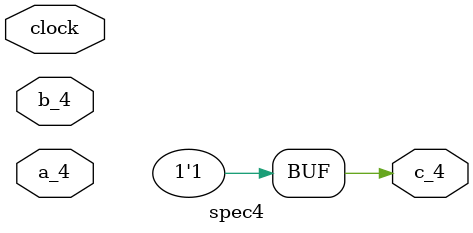
<source format=v>
/* Generated by Yosys 0.47+149 (git sha1 384c19119, clang++ 18.1.8 -fPIC -O3) */

module spec4(clock, a_4, b_4, c_4);
input clock;
wire clock;
  input a_4;
  wire a_4;
  input b_4;
  wire b_4;
  output c_4;
  wire c_4;
  assign c_4 = ~1'h0;
endmodule

</source>
